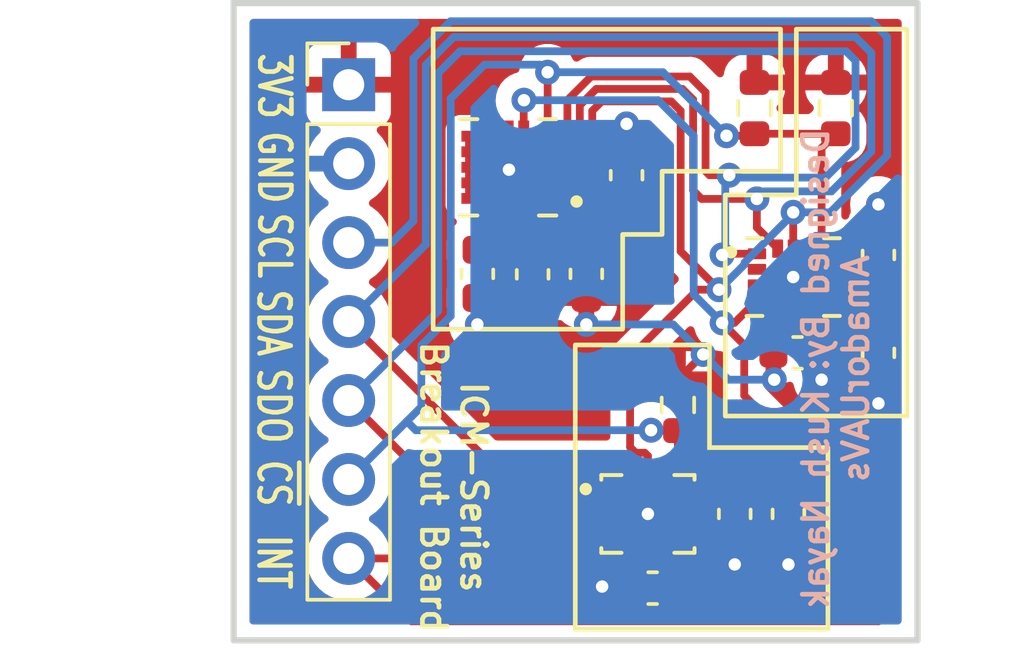
<source format=kicad_pcb>
(kicad_pcb (version 20211014) (generator pcbnew)
  (layers (0 "F.Cu" signal) (31 "B.Cu" signal) (34 "B.Paste" user) (35 "F.Paste" user) (36 "B.SilkS" user "B.Silkscreen") (37 "F.SilkS" user "F.Silkscreen") (38 "B.Mask" user) (39 "F.Mask" user) (44 "Edge.Cuts" user))
  (net 0 "")
  (net 1 "GND")
  (net 2 "+3V3")
  (net 3 "Net-(C3-Pad2)")
  (net 4 "/~{CS}")
  (net 5 "/SCL")
  (net 6 "/SDA")
  (net 7 "/SDO")
  (net 8 "/INT")
  (footprint "Capacitor_SMD:C_0603_1608Metric" (layer "F.Cu") (at 112.141 105.537 90)
    (fp_text reference "C10" hide)
    (fp_text value "10nF")
    (fp_line (start -0.14058 0.51) (end 0.14058 0.51) (layer "F.SilkS") (width 0.12))
    (fp_line (start -0.14058 -0.51) (end 0.14058 -0.51) (layer "F.SilkS") (width 0.12))
    (pad "1" smd roundrect (at -0.775 0 90) (size 0.9 0.95) (layers "F.Cu" "F.Paste" "F.Mask") (net 2 "+3V3"))
    (pad "2" smd roundrect (at 0.775 0 90) (size 0.9 0.95) (layers "F.Cu" "F.Paste" "F.Mask") (net 1 "GND"))
  )
  (footprint "Capacitor_SMD:C_0603_1608Metric" (layer "F.Cu") (at 112.9792 118.8212 180)
    (fp_text reference "C9" hide)
    (fp_text value "10nF")
    (fp_line (start -0.14058 -0.51) (end 0.14058 -0.51) (layer "F.SilkS") (width 0.12))
    (fp_line (start -0.14058 0.51) (end 0.14058 0.51) (layer "F.SilkS") (width 0.12))
    (pad "1" smd roundrect (at -0.775 0 180) (size 0.9 0.95) (layers "F.Cu" "F.Paste" "F.Mask") (net 2 "+3V3"))
    (pad "2" smd roundrect (at 0.775 0 180) (size 0.9 0.95) (layers "F.Cu" "F.Paste" "F.Mask") (net 1 "GND"))
  )
  (footprint "Capacitor_SMD:C_0603_1608Metric" (layer "F.Cu") (at 107.3404 108.712 90)
    (fp_text reference "C3" hide)
    (fp_text value "0.47µF")
    (fp_line (start -0.14058 0.51) (end 0.14058 0.51) (layer "F.SilkS") (width 0.12))
    (fp_line (start -0.14058 -0.51) (end 0.14058 -0.51) (layer "F.SilkS") (width 0.12))
    (pad "1" smd roundrect (at -0.775 0 90) (size 0.9 0.95) (layers "F.Cu" "F.Paste" "F.Mask") (net 1 "GND"))
    (pad "2" smd roundrect (at 0.775 0 90) (size 0.9 0.95) (layers "F.Cu" "F.Paste" "F.Mask") (net 3 "Net-(C3-Pad2)"))
  )
  (footprint "Resistor_SMD:R_0603_1608Metric" (layer "F.Cu") (at 116.2558 103.378 90)
    (fp_text reference "R2" hide)
    (fp_text value "10K")
    (fp_line (start -0.237258 -0.5225) (end 0.237258 -0.5225) (layer "F.SilkS") (width 0.12))
    (fp_line (start -0.237258 0.5225) (end 0.237258 0.5225) (layer "F.SilkS") (width 0.12))
    (pad "1" smd roundrect (at -0.825 0 90) (size 0.8 0.95) (layers "F.Cu" "F.Paste" "F.Mask") (net 4 "/~{CS}"))
    (pad "2" smd roundrect (at 0.825 0 90) (size 0.8 0.95) (layers "F.Cu" "F.Paste" "F.Mask") (net 2 "+3V3"))
  )
  (footprint "icm42688p:PQFN50P300X250X97-14N" (layer "F.Cu") (at 117.5004 108.8136)
    (fp_text reference "U2" hide)
    (fp_text value "ICM-42688-P")
    (fp_line (start -1.5 1.25) (end -0.99 1.25) (layer "F.SilkS") (width 0.127))
    (fp_line (start 1.5 1.25) (end 0.99 1.25) (layer "F.SilkS") (width 0.127))
    (fp_line (start -1.5 -1.25) (end -0.99 -1.25) (layer "F.SilkS") (width 0.127))
    (fp_line (start 0.99 -1.25) (end 1.5 -1.25) (layer "F.SilkS") (width 0.127))
    (fp_circle (center -2 -0.8) (end -1.9 -0.8) (layer "F.SilkS") (width 0.2) (fill none))
    (pad "1" smd roundrect locked (at -1.165 -0.75) (size 0.59 0.35) (layers "F.Cu" "F.Paste") (roundrect_rratio 0.09) (net 7 "/SDO"))
    (pad "2" smd roundrect locked (at -1.165 -0.25) (size 0.59 0.35) (layers "F.Cu" "F.Paste") (roundrect_rratio 0.09))
    (pad "3" smd roundrect locked (at -1.165 0.25) (size 0.59 0.35) (layers "F.Cu" "F.Paste") (roundrect_rratio 0.09))
    (pad "4" smd roundrect locked (at -1.165 0.75) (size 0.59 0.35) (layers "F.Cu" "F.Paste") (roundrect_rratio 0.09) (net 8 "/INT"))
    (pad "5" smd roundrect locked (at -0.5 0.915 90) (size 0.59 0.35) (layers "F.Cu" "F.Paste") (roundrect_rratio 0.09) (net 2 "+3V3"))
    (pad "6" smd roundrect locked (at 0 0.915 90) (size 0.59 0.35) (layers "F.Cu" "F.Paste") (roundrect_rratio 0.09) (net 1 "GND"))
    (pad "7" smd roundrect locked (at 0.5 0.915 90) (size 0.59 0.35) (layers "F.Cu" "F.Paste") (roundrect_rratio 0.09) (net 1 "GND"))
    (pad "8" smd roundrect locked (at 1.165 0.75 180) (size 0.59 0.35) (layers "F.Cu" "F.Paste") (roundrect_rratio 0.09) (net 2 "+3V3"))
    (pad "9" smd roundrect locked (at 1.165 0.25 180) (size 0.59 0.35) (layers "F.Cu" "F.Paste") (roundrect_rratio 0.09) (net 1 "GND"))
    (pad "10" smd roundrect locked (at 1.165 -0.25 180) (size 0.59 0.35) (layers "F.Cu" "F.Paste") (roundrect_rratio 0.09))
    (pad "11" smd roundrect locked (at 1.165 -0.75 180) (size 0.59 0.35) (layers "F.Cu" "F.Paste") (roundrect_rratio 0.09))
    (pad "12" smd roundrect locked (at 0.5 -0.915 270) (size 0.59 0.35) (layers "F.Cu" "F.Paste") (roundrect_rratio 0.09) (net 4 "/~{CS}"))
    (pad "13" smd roundrect locked (at 0 -0.915 270) (size 0.59 0.35) (layers "F.Cu" "F.Paste") (roundrect_rratio 0.09) (net 5 "/SCL"))
    (pad "14" smd roundrect locked (at -0.5 -0.915 270) (size 0.59 0.35) (layers "F.Cu" "F.Paste") (roundrect_rratio 0.09) (net 6 "/SDA"))
  )
  (footprint "Capacitor_SMD:C_0603_1608Metric" (layer "F.Cu") (at 117.6398 111.252)
    (fp_text reference "C6" hide)
    (fp_text value "10nF")
    (fp_line (start -0.14058 -0.51) (end 0.14058 -0.51) (layer "F.SilkS") (width 0.12))
    (fp_line (start -0.14058 0.51) (end 0.14058 0.51) (layer "F.SilkS") (width 0.12))
    (pad "1" smd roundrect (at -0.775 0) (size 0.9 0.95) (layers "F.Cu" "F.Paste" "F.Mask") (net 2 "+3V3"))
    (pad "2" smd roundrect (at 0.775 0) (size 0.9 0.95) (layers "F.Cu" "F.Paste" "F.Mask") (net 1 "GND"))
  )
  (footprint "Capacitor_SMD:C_0603_1608Metric" (layer "F.Cu") (at 120.2436 108.1024 -90)
    (fp_text reference "C5" hide)
    (fp_text value "2.2µF")
    (fp_line (start -0.14058 0.51) (end 0.14058 0.51) (layer "F.SilkS") (width 0.12))
    (fp_line (start -0.14058 -0.51) (end 0.14058 -0.51) (layer "F.SilkS") (width 0.12))
    (pad "1" smd roundrect (at -0.775 0 270) (size 0.9 0.95) (layers "F.Cu" "F.Paste" "F.Mask") (net 1 "GND"))
    (pad "2" smd roundrect (at 0.775 0 270) (size 0.9 0.95) (layers "F.Cu" "F.Paste" "F.Mask") (net 2 "+3V3"))
  )
  (footprint "Capacitor_SMD:C_0603_1608Metric" (layer "F.Cu") (at 120.2436 111.252 90)
    (fp_text reference "C4" hide)
    (fp_text value "0.1µF")
    (fp_line (start -0.14058 0.51) (end 0.14058 0.51) (layer "F.SilkS") (width 0.12))
    (fp_line (start -0.14058 -0.51) (end 0.14058 -0.51) (layer "F.SilkS") (width 0.12))
    (pad "1" smd roundrect (at -0.775 0 90) (size 0.9 0.95) (layers "F.Cu" "F.Paste" "F.Mask") (net 1 "GND"))
    (pad "2" smd roundrect (at 0.775 0 90) (size 0.9 0.95) (layers "F.Cu" "F.Paste" "F.Mask") (net 2 "+3V3"))
  )
  (footprint "Capacitor_SMD:C_0603_1608Metric" (layer "F.Cu") (at 117.348 116.4336 90)
    (fp_text reference "C8" hide)
    (fp_text value "0.1µF")
    (fp_line (start -0.14058 0.51) (end 0.14058 0.51) (layer "F.SilkS") (width 0.12))
    (fp_line (start -0.14058 -0.51) (end 0.14058 -0.51) (layer "F.SilkS") (width 0.12))
    (pad "1" smd roundrect (at -0.775 0 90) (size 0.9 0.95) (layers "F.Cu" "F.Paste" "F.Mask") (net 1 "GND"))
    (pad "2" smd roundrect (at 0.775 0 90) (size 0.9 0.95) (layers "F.Cu" "F.Paste" "F.Mask") (net 2 "+3V3"))
  )
  (footprint "Capacitor_SMD:C_0603_1608Metric" (layer "F.Cu") (at 109.1184 108.725 90)
    (fp_text reference "C2" hide)
    (fp_text value "2.2µF")
    (fp_line (start -0.14058 -0.51) (end 0.14058 -0.51) (layer "F.SilkS") (width 0.12))
    (fp_line (start -0.14058 0.51) (end 0.14058 0.51) (layer "F.SilkS") (width 0.12))
    (pad "1" smd roundrect (at -0.775 0 90) (size 0.9 0.95) (layers "F.Cu" "F.Paste" "F.Mask") (net 2 "+3V3"))
    (pad "2" smd roundrect (at 0.775 0 90) (size 0.9 0.95) (layers "F.Cu" "F.Paste" "F.Mask") (net 1 "GND"))
  )
  (footprint "Resistor_SMD:R_0603_1608Metric" (layer "F.Cu") (at 113.792 112.9284 90)
    (fp_text reference "R3" hide)
    (fp_text value "10K")
    (fp_line (start -0.237258 -0.5225) (end 0.237258 -0.5225) (layer "F.SilkS") (width 0.12))
    (fp_line (start -0.237258 0.5225) (end 0.237258 0.5225) (layer "F.SilkS") (width 0.12))
    (pad "1" smd roundrect (at -0.825 0 90) (size 0.8 0.95) (layers "F.Cu" "F.Paste" "F.Mask") (net 4 "/~{CS}"))
    (pad "2" smd roundrect (at 0.825 0 90) (size 0.8 0.95) (layers "F.Cu" "F.Paste" "F.Mask") (net 2 "+3V3"))
  )
  (footprint "Capacitor_SMD:C_0603_1608Metric" (layer "F.Cu") (at 115.6208 116.4336 90)
    (fp_text reference "C7" hide)
    (fp_text value "2.2µF")
    (fp_line (start -0.14058 -0.51) (end 0.14058 -0.51) (layer "F.SilkS") (width 0.12))
    (fp_line (start -0.14058 0.51) (end 0.14058 0.51) (layer "F.SilkS") (width 0.12))
    (pad "1" smd roundrect (at -0.775 0 90) (size 0.9 0.95) (layers "F.Cu" "F.Paste" "F.Mask") (net 1 "GND"))
    (pad "2" smd roundrect (at 0.775 0 90) (size 0.9 0.95) (layers "F.Cu" "F.Paste" "F.Mask") (net 2 "+3V3"))
  )
  (footprint "Connector_PinHeader_2.54mm:PinHeader_1x07_P2.54mm_Vertical" (layer "F.Cu") (at 103.2002 102.625)
    (fp_text reference "J1" hide)
    (fp_text value "Conn_01x07")
    (fp_line (start 1.33 1.27) (end 1.33 16.57) (layer "F.SilkS") (width 0.12))
    (fp_line (start -1.33 1.27) (end 1.33 1.27) (layer "F.SilkS") (width 0.12))
    (fp_line (start -1.33 -1.33) (end 0 -1.33) (layer "F.SilkS") (width 0.12))
    (fp_line (start -1.33 1.27) (end -1.33 16.57) (layer "F.SilkS") (width 0.12))
    (fp_line (start -1.33 0) (end -1.33 -1.33) (layer "F.SilkS") (width 0.12))
    (fp_line (start -1.33 16.57) (end 1.33 16.57) (layer "F.SilkS") (width 0.12))
    (pad "1" thru_hole rect (at 0 0) (size 1.7 1.7) (drill 1) (layers *.Cu *.Mask) (net 2 "+3V3"))
    (pad "2" thru_hole oval (at 0 2.54) (size 1.7 1.7) (drill 1) (layers *.Cu *.Mask) (net 1 "GND"))
    (pad "3" thru_hole oval (at 0 5.08) (size 1.7 1.7) (drill 1) (layers *.Cu *.Mask) (net 5 "/SCL"))
    (pad "4" thru_hole oval (at 0 7.62) (size 1.7 1.7) (drill 1) (layers *.Cu *.Mask) (net 6 "/SDA"))
    (pad "5" thru_hole oval (at 0 10.16) (size 1.7 1.7) (drill 1) (layers *.Cu *.Mask) (net 7 "/SDO"))
    (pad "6" thru_hole oval (at 0 12.7) (size 1.7 1.7) (drill 1) (layers *.Cu *.Mask) (net 4 "/~{CS}"))
    (pad "7" thru_hole oval (at 0 15.24) (size 1.7 1.7) (drill 1) (layers *.Cu *.Mask) (net 8 "/INT"))
  )
  (footprint "icm20608:PQFN50P300X300X80-16N" (layer "F.Cu") (at 108.331 105.283 180)
    (fp_text reference "U1" hide)
    (fp_text value "ICM-20608-G")
    (fp_line (start -1.55 -1.55) (end -0.99 -1.55) (layer "F.SilkS") (width 0.127))
    (fp_line (start 1.55 -1.55) (end 0.99 -1.55) (layer "F.SilkS") (width 0.127))
    (fp_line (start -1.55 1.55) (end -0.99 1.55) (layer "F.SilkS") (width 0.127))
    (fp_line (start 1.55 1.55) (end 0.99 1.55) (layer "F.SilkS") (width 0.127))
    (fp_circle (center -2.2 -1.1) (end -2.1 -1.1) (layer "F.SilkS") (width 0.2) (fill none))
    (pad "1" smd rect locked (at -1.26 -1 180) (size 0.49 0.35) (layers "F.Cu" "F.Paste" "F.Mask") (net 2 "+3V3"))
    (pad "2" smd rect locked (at -1.26 -0.5 180) (size 0.49 0.35) (layers "F.Cu" "F.Paste" "F.Mask") (net 5 "/SCL"))
    (pad "3" smd rect locked (at -1.26 0 180) (size 0.49 0.35) (layers "F.Cu" "F.Paste" "F.Mask") (net 6 "/SDA"))
    (pad "4" smd rect locked (at -1.26 0.5 180) (size 0.49 0.35) (layers "F.Cu" "F.Paste" "F.Mask") (net 7 "/SDO"))
    (pad "5" smd rect locked (at -1.26 1 180) (size 0.49 0.35) (layers "F.Cu" "F.Paste" "F.Mask") (net 4 "/~{CS}"))
    (pad "6" smd rect locked (at -0.5 1.26 270) (size 0.49 0.35) (layers "F.Cu" "F.Paste" "F.Mask") (net 8 "/INT"))
    (pad "7" smd rect locked (at 0 1.26 270) (size 0.49 0.35) (layers "F.Cu" "F.Paste" "F.Mask"))
    (pad "8" smd rect locked (at 0.5 1.26 270) (size 0.49 0.35) (layers "F.Cu" "F.Paste" "F.Mask") (net 1 "GND"))
    (pad "9" smd rect locked (at 1.26 1) (size 0.49 0.35) (layers "F.Cu" "F.Paste" "F.Mask") (net 1 "GND"))
    (pad "10" smd rect locked (at 1.26 0.5) (size 0.49 0.35) (layers "F.Cu" "F.Paste" "F.Mask") (net 1 "GND"))
    (pad "11" smd rect locked (at 1.26 0) (size 0.49 0.35) (layers "F.Cu" "F.Paste" "F.Mask") (net 1 "GND"))
    (pad "12" smd rect locked (at 1.26 -0.5) (size 0.49 0.35) (layers "F.Cu" "F.Paste" "F.Mask") (net 1 "GND"))
    (pad "13" smd rect locked (at 1.26 -1) (size 0.49 0.35) (layers "F.Cu" "F.Paste" "F.Mask") (net 1 "GND"))
    (pad "14" smd rect locked (at 0.5 -1.26 90) (size 0.49 0.35) (layers "F.Cu" "F.Paste" "F.Mask") (net 3 "Net-(C3-Pad2)"))
    (pad "15" smd rect locked (at 0 -1.26 90) (size 0.49 0.35) (layers "F.Cu" "F.Paste" "F.Mask") (net 1 "GND"))
    (pad "16" smd rect locked (at -0.5 -1.26 90) (size 0.49 0.35) (layers "F.Cu" "F.Paste" "F.Mask") (net 2 "+3V3"))
  )
  (footprint "Capacitor_SMD:C_0603_1608Metric" (layer "F.Cu") (at 110.8456 108.712 90)
    (fp_text reference "C1" hide)
    (fp_text value "0.1µF")
    (fp_line (start -0.14058 0.51) (end 0.14058 0.51) (layer "F.SilkS") (width 0.12))
    (fp_line (start -0.14058 -0.51) (end 0.14058 -0.51) (layer "F.SilkS") (width 0.12))
    (pad "1" smd roundrect (at -0.775 0 90) (size 0.9 0.95) (layers "F.Cu" "F.Paste" "F.Mask") (net 2 "+3V3"))
    (pad "2" smd roundrect (at 0.775 0 90) (size 0.9 0.95) (layers "F.Cu" "F.Paste" "F.Mask") (net 1 "GND"))
  )
  (footprint "Resistor_SMD:R_0603_1608Metric" (layer "F.Cu") (at 118.872 103.378 90)
    (fp_text reference "R1" hide)
    (fp_text value "10K")
    (fp_line (start -0.237258 -0.5225) (end 0.237258 -0.5225) (layer "F.SilkS") (width 0.12))
    (fp_line (start -0.237258 0.5225) (end 0.237258 0.5225) (layer "F.SilkS") (width 0.12))
    (pad "1" smd roundrect (at -0.825 0 90) (size 0.8 0.95) (layers "F.Cu" "F.Paste" "F.Mask") (net 4 "/~{CS}"))
    (pad "2" smd roundrect (at 0.825 0 90) (size 0.8 0.95) (layers "F.Cu" "F.Paste" "F.Mask") (net 2 "+3V3"))
  )
  (footprint "icm42605-new:PQFN50P300X250X97-14N" (layer "F.Cu") (at 112.8268 116.4336)
    (fp_text reference "U3" hide)
    (fp_text value "ICM-42605")
    (fp_line (start -1.5 1.1) (end -1.5 1.25) (layer "F.SilkS") (width 0.127))
    (fp_line (start -1.5 1.25) (end -0.85 1.25) (layer "F.SilkS") (width 0.127))
    (fp_line (start -1.5 -1.1) (end -1.5 -1.25) (layer "F.SilkS") (width 0.127))
    (fp_line (start -1.5 -1.25) (end -0.85 -1.25) (layer "F.SilkS") (width 0.127))
    (fp_line (start 1.5 1.25) (end 0.85 1.25) (layer "F.SilkS") (width 0.127))
    (fp_line (start 1.5 1.1) (end 1.5 1.25) (layer "F.SilkS") (width 0.127))
    (fp_line (start 0.85 -1.25) (end 1.5 -1.25) (layer "F.SilkS") (width 0.127))
    (fp_line (start 1.5 -1.25) (end 1.5 -1.1) (layer "F.SilkS") (width 0.127))
    (fp_circle (center -2 -0.8) (end -1.9 -0.8) (layer "F.SilkS") (width 0.2) (fill none))
    (pad "1" smd roundrect locked (at -1.16 -0.75) (size 0.61 0.35) (layers "F.Cu" "F.Paste" "F.Mask") (roundrect_rratio 0.09) (net 7 "/SDO"))
    (pad "2" smd roundrect locked (at -1.16 -0.25) (size 0.61 0.35) (layers "F.Cu" "F.Paste" "F.Mask") (roundrect_rratio 0.09))
    (pad "3" smd roundrect locked (at -1.16 0.25) (size 0.61 0.35) (layers "F.Cu" "F.Paste" "F.Mask") (roundrect_rratio 0.09))
    (pad "4" smd roundrect locked (at -1.16 0.75) (size 0.61 0.35) (layers "F.Cu" "F.Paste" "F.Mask") (roundrect_rratio 0.09) (net 8 "/INT"))
    (pad "5" smd roundrect locked (at -0.5 0.91 90) (size 0.61 0.35) (layers "F.Cu" "F.Paste" "F.Mask") (roundrect_rratio 0.09) (net 2 "+3V3"))
    (pad "6" smd roundrect locked (at 0 0.91 90) (size 0.61 0.35) (layers "F.Cu" "F.Paste" "F.Mask") (roundrect_rratio 0.09) (net 1 "GND"))
    (pad "7" smd roundrect locked (at 0.5 0.91 90) (size 0.61 0.35) (layers "F.Cu" "F.Paste" "F.Mask") (roundrect_rratio 0.09) (net 1 "GND"))
    (pad "8" smd roundrect locked (at 1.16 0.75 180) (size 0.61 0.35) (layers "F.Cu" "F.Paste" "F.Mask") (roundrect_rratio 0.09) (net 2 "+3V3"))
    (pad "9" smd roundrect locked (at 1.16 0.25 180) (size 0.61 0.35) (layers "F.Cu" "F.Paste" "F.Mask") (roundrect_rratio 0.09) (net 1 "GND"))
    (pad "10" smd roundrect locked (at 1.16 -0.25 180) (size 0.61 0.35) (layers "F.Cu" "F.Paste" "F.Mask") (roundrect_rratio 0.09))
    (pad "11" smd roundrect locked (at 1.16 -0.75 180) (size 0.61 0.35) (layers "F.Cu" "F.Paste" "F.Mask") (roundrect_rratio 0.09))
    (pad "12" smd roundrect locked (at 0.5 -0.91 270) (size 0.61 0.35) (layers "F.Cu" "F.Paste" "F.Mask") (roundrect_rratio 0.09) (net 4 "/~{CS}"))
    (pad "13" smd roundrect locked (at 0 -0.91 270) (size 0.61 0.35) (layers "F.Cu" "F.Paste" "F.Mask") (roundrect_rratio 0.09) (net 5 "/SCL"))
    (pad "14" smd roundrect locked (at -0.5 -0.91 270) (size 0.61 0.35) (layers "F.Cu" "F.Paste" "F.Mask") (roundrect_rratio 0.09) (net 6 "/SDA"))
  )
  (gr_poly (pts (xy 121.158 113.284) (xy 115.316 113.284) (xy 115.316 106.172) (xy 117.602 106.172) (xy 117.602 100.838) (xy 121.158 100.838)) (layer "F.SilkS") (width 0.15) (fill none))
  (gr_poly (pts (xy 114.808 114.3) (xy 118.618 114.3) (xy 118.618 120.142) (xy 110.49 120.142) (xy 110.49 110.998) (xy 114.808 110.998)) (layer "F.SilkS") (width 0.15) (fill none))
  (gr_poly (pts (xy 117.094 105.41) (xy 113.284 105.41) (xy 113.284 107.442) (xy 112.014 107.442) (xy 112.014 110.49) (xy 105.918 110.49) (xy 105.918 100.838) (xy 117.094 100.838)) (layer "F.SilkS") (width 0.15) (fill none))
  (gr_rect locked (start 99.5 100) (end 121.5 120.5) (layer "Edge.Cuts") (width 0.2) (fill none))
  (gr_text "Designed By: Kush Nayak\nAmadorUAVs" (at 118.872 111.76 90) (layer "B.SilkS") (effects (font (size 0.8 0.8)) (justify mirror)))
  (gr_text "ICM-Series\nBreakout Board" (at 106.5784 115.57 270) (layer "F.SilkS") (effects (font (size 0.8 0.8))))
  (gr_text "SCL" (at 100.8126 107.7976 270) (layer "F.SilkS") (effects (font (size 1 0.75))))
  (gr_text "SDA" (at 100.7872 110.2868 270) (layer "F.SilkS") (effects (font (size 1 0.75))))
  (gr_text "3V3" (at 100.8126 102.6668 270) (layer "F.SilkS") (effects (font (size 1 0.75))))
  (gr_text "SDO" (at 100.7872 112.9538 270) (layer "F.SilkS") (effects (font (size 1 0.8))))
  (gr_text "~{CS}" (at 100.7872 115.443 270) (layer "F.SilkS") (effects (font (size 1 0.75))))
  (gr_text "GND" (at 100.8126 105.283 270) (layer "F.SilkS") (effects (font (size 1 0.75))))
  (gr_text "INT" (at 100.7872 117.983 270) (layer "F.SilkS") (effects (font (size 1 0.75))))
  (segment (start 109.1314 107.937) (end 109.1184 107.95) (width 0.25) (layer "F.Cu") (net 1))
  (segment (start 117.348 117.2086) (end 115.6208 117.2086) (width 0.25) (layer "F.Cu") (net 1))
  (segment (start 113.9893 116.6836) (end 113.0768 116.6836) (width 0.25) (layer "F.Cu") (net 1))
  (segment (start 120.2436 107.3274) (end 120.2436 106.4768) (width 0.25) (layer "F.Cu") (net 1))
  (segment (start 112.8268 117.3461) (end 112.8268 116.4336) (width 0.25) (layer "F.Cu") (net 1))
  (segment (start 107.571 104.283) (end 107.831 104.023) (width 0.25) (layer "F.Cu") (net 1))
  (segment (start 118.0004 109.388144) (end 118.324944 109.0636) (width 0.25) (layer "F.Cu") (net 1))
  (segment (start 108.2802 105.283) (end 108.3564 105.3592) (width 0.25) (layer "F.Cu") (net 1))
  (segment (start 113.3268 117.3436) (end 112.8268 117.3436) (width 0.25) (layer "F.Cu") (net 1))
  (segment (start 107.071 104.283) (end 107.571 104.283) (width 0.25) (layer "F.Cu") (net 1))
  (segment (start 117.5004 109.7286) (end 118.0004 109.7286) (width 0.25) (layer "F.Cu") (net 1))
  (segment (start 120.2436 112.027) (end 120.2436 112.8776) (width 0.25) (layer "F.Cu") (net 1))
  (segment (start 108.331 105.3846) (end 108.3564 105.3592) (width 0.25) (layer "F.Cu") (net 1))
  (segment (start 111.4044 118.8212) (end 111.3536 118.7704) (width 0.25) (layer "F.Cu") (net 1))
  (segment (start 112.141 104.762) (end 112.141 103.886) (width 0.25) (layer "F.Cu") (net 1))
  (segment (start 108.331 107.1626) (end 108.331 106.543) (width 0.25) (layer "F.Cu") (net 1))
  (segment (start 115.6208 117.2086) (end 115.6208 118.0592) (width 0.25) (layer "F.Cu") (net 1))
  (segment (start 118.0004 109.7286) (end 118.0004 109.388144) (width 0.25) (layer "F.Cu") (net 1))
  (segment (start 117.5004 109.7286) (end 117.5004 108.8136) (width 0.25) (layer "F.Cu") (net 1))
  (segment (start 109.1184 107.95) (end 108.331 107.1626) (width 0.25) (layer "F.Cu") (net 1))
  (segment (start 117.348 117.2086) (end 117.348 118.0592) (width 0.25) (layer "F.Cu") (net 1))
  (segment (start 108.331 106.543) (end 108.331 105.3846) (width 0.25) (layer "F.Cu") (net 1))
  (segment (start 118.324944 109.0636) (end 118.6654 109.0636) (width 0.25) (layer "F.Cu") (net 1))
  (segment (start 112.2042 118.8212) (end 111.4044 118.8212) (width 0.25) (layer "F.Cu") (net 1))
  (segment (start 107.071 106.283) (end 107.071 105.783) (width 0.25) (layer "F.Cu") (net 1))
  (segment (start 107.3404 109.487) (end 107.3404 110.3376) (width 0.25) (layer "F.Cu") (net 1))
  (segment (start 110.8456 107.937) (end 109.1314 107.937) (width 0.25) (layer "F.Cu") (net 1))
  (segment (start 107.071 105.783) (end 107.071 105.283) (width 0.25) (layer "F.Cu") (net 1))
  (segment (start 107.071 105.283) (end 107.071 104.783) (width 0.25) (layer "F.Cu") (net 1))
  (segment (start 107.071 105.283) (end 108.2802 105.283) (width 0.25) (layer "F.Cu") (net 1))
  (segment (start 113.0768 116.6836) (end 112.8268 116.4336) (width 0.25) (layer "F.Cu") (net 1))
  (segment (start 118.4148 111.252) (end 118.4148 112.1156) (width 0.25) (layer "F.Cu") (net 1))
  (segment (start 107.071 104.783) (end 107.071 104.283) (width 0.25) (layer "F.Cu") (net 1))
  (via (at 120.2436 106.4768) (size 0.8) (drill 0.4) (layers "F.Cu" "B.Cu") (net 1))
  (via (at 117.5004 108.8136) (size 0.8) (drill 0.4) (layers "F.Cu" "B.Cu") (net 1))
  (via (at 112.8268 116.4336) (size 0.8) (drill 0.4) (layers "F.Cu" "B.Cu") (net 1))
  (via (at 118.4148 112.1156) (size 0.8) (drill 0.4) (layers "F.Cu" "B.Cu") (net 1))
  (via (at 120.2436 112.8776) (size 0.8) (drill 0.4) (layers "F.Cu" "B.Cu") (net 1))
  (via (at 115.6208 118.0592) (size 0.8) (drill 0.4) (layers "F.Cu" "B.Cu") (net 1))
  (via (at 117.348 118.0592) (size 0.8) (drill 0.4) (layers "F.Cu" "B.Cu") (net 1))
  (via (at 108.3564 105.3592) (size 0.8) (drill 0.4) (layers "F.Cu" "B.Cu") (net 1))
  (via (at 107.3404 110.3376) (size 0.8) (drill 0.4) (layers "F.Cu" "B.Cu") (net 1))
  (via (at 111.3536 118.7704) (size 0.8) (drill 0.4) (layers "F.Cu" "B.Cu") (net 1))
  (via (at 112.141 103.886) (size 0.8) (drill 0.4) (layers "F.Cu" "B.Cu") (net 1))
  (segment (start 112.3268 117.694056) (end 113.453944 118.8212) (width 0.25) (layer "F.Cu") (net 2))
  (segment (start 112.112 106.283) (end 112.141 106.312) (width 0.25) (layer "F.Cu") (net 2))
  (segment (start 113.9868 117.1836) (end 114.337256 117.1836) (width 0.25) (layer "F.Cu") (net 2))
  (segment (start 118.364 110.3884) (end 117.7284 110.3884) (width 0.25) (layer "F.Cu") (net 2))
  (segment (start 118.6654 109.5636) (end 118.6654 110.087) (width 0.25) (layer "F.Cu") (net 2))
  (segment (start 116.8648 111.252) (end 116.8648 109.8642) (width 0.25) (layer "F.Cu") (net 2))
  (segment (start 110.8456 109.487) (end 110.8456 110.3376) (width 0.25) (layer "F.Cu") (net 2))
  (segment (start 109.591 106.283) (end 112.112 106.283) (width 0.25) (layer "F.Cu") (net 2))
  (segment (start 114.6048 111.3028) (end 113.8042 112.1034) (width 0.25) (layer "F.Cu") (net 2))
  (segment (start 118.6654 109.5636) (end 119.3302 109.5636) (width 0.25) (layer "F.Cu") (net 2))
  (segment (start 113.8042 112.1034) (end 113.792 112.1034) (width 0.25) (layer "F.Cu") (net 2))
  (segment (start 109.331 106.543) (end 109.591 106.283) (width 0.25) (layer "F.Cu") (net 2))
  (segment (start 116.8648 109.8642) (end 117.0004 109.7286) (width 0.25) (layer "F.Cu") (net 2))
  (segment (start 115.6208 115.900056) (end 115.6208 115.6586) (width 0.25) (layer "F.Cu") (net 2))
  (segment (start 116.8908 112.1156) (end 116.8908 111.278) (width 0.25) (layer "F.Cu") (net 2))
  (segment (start 109.1184 109.5) (end 109.1184 110.3506) (width 0.25) (layer "F.Cu") (net 2))
  (segment (start 113.4618 118.8212) (end 113.7542 118.8212) (width 0.25) (layer "F.Cu") (net 2))
  (segment (start 113.7542 119.0752) (end 113.7542 118.7574) (width 0.25) (layer "F.Cu") (net 2))
  (segment (start 117.7284 110.3884) (end 116.8648 111.252) (width 0.25) (layer "F.Cu") (net 2))
  (segment (start 119.3302 109.5636) (end 120.2436 110.477) (width 0.25) (layer "F.Cu") (net 2))
  (segment (start 118.6654 110.087) (end 118.364 110.3884) (width 0.25) (layer "F.Cu") (net 2))
  (segment (start 108.831 106.543) (end 109.331 106.543) (width 0.25) (layer "F.Cu") (net 2))
  (segment (start 116.8908 111.278) (end 116.8648 111.252) (width 0.25) (layer "F.Cu") (net 2))
  (segment (start 112.3268 117.3461) (end 112.3268 117.694056) (width 0.25) (layer "F.Cu") (net 2))
  (segment (start 113.453944 118.8212) (end 113.7542 118.8212) (width 0.25) (layer "F.Cu") (net 2))
  (segment (start 114.337256 117.1836) (end 115.6208 115.900056) (width 0.25) (layer "F.Cu") (net 2))
  (via (at 114.6048 111.3028) (size 0.8) (drill 0.4) (layers "F.Cu" "B.Cu") (net 2))
  (via (at 116.8908 112.1156) (size 0.8) (drill 0.4) (layers "F.Cu" "B.Cu") (net 2))
  (via (at 110.8456 110.3376) (size 0.8) (drill 0.4) (layers "F.Cu" "B.Cu") (net 2))
  (segment (start 113.6396 110.3376) (end 114.6048 111.3028) (width 0.25) (layer "B.Cu") (net 2))
  (segment (start 110.8456 110.3376) (end 113.6396 110.3376) (width 0.25) (layer "B.Cu") (net 2))
  (segment (start 115.4176 112.1156) (end 114.6048 111.3028) (width 0.25) (layer "B.Cu") (net 2))
  (segment (start 116.8908 112.1156) (end 115.4176 112.1156) (width 0.25) (layer "B.Cu") (net 2))
  (segment (start 107.831 106.543) (end 107.831 107.4464) (width 0.25) (layer "F.Cu") (net 3))
  (segment (start 107.831 107.4464) (end 107.3404 107.937) (width 0.25) (layer "F.Cu") (net 3))
  (segment (start 112.9284 113.7412) (end 112.9406 113.7534) (width 0.25) (layer "F.Cu") (net 4))
  (segment (start 112.9406 113.7534) (end 113.792 113.7534) (width 0.25) (layer "F.Cu") (net 4))
  (segment (start 116.1918 104.267) (end 116.2558 104.203) (width 0.25) (layer "F.Cu") (net 4))
  (segment (start 118.4148 107.403033) (end 118.4148 104.6602) (width 0.25) (layer "F.Cu") (net 4))
  (segment (start 109.601 102.2237) (end 109.601 104.273) (width 0.25) (layer "F.Cu") (net 4))
  (segment (start 115.3555 104.267) (end 116.1918 104.267) (width 0.25) (layer "F.Cu") (net 4))
  (segment (start 113.792 113.7534) (end 113.792 114.7318) (width 0.25) (layer "F.Cu") (net 4))
  (segment (start 118.0004 107.817433) (end 118.4148 107.403033) (width 0.25) (layer "F.Cu") (net 4))
  (segment (start 118.4148 104.6602) (end 118.872 104.203) (width 0.25) (layer "F.Cu") (net 4))
  (segment (start 109.601 104.273) (end 109.591 104.283) (width 0.25) (layer "F.Cu") (net 4))
  (segment (start 116.2558 104.203) (end 118.872 104.203) (width 0.25) (layer "F.Cu") (net 4))
  (segment (start 118.0004 107.8986) (end 118.0004 107.817433) (width 0.25) (layer "F.Cu") (net 4))
  (segment (start 113.792 114.7318) (end 113.3518 115.172) (width 0.25) (layer "F.Cu") (net 4))
  (segment (start 113.3518 115.172) (end 113.3518 115.5211) (width 0.25) (layer "F.Cu") (net 4))
  (via (at 109.601 102.2237) (size 0.8) (drill 0.4) (layers "F.Cu" "B.Cu") (net 4))
  (via (at 112.9284 113.7412) (size 0.8) (drill 0.4) (layers "F.Cu" "B.Cu") (net 4))
  (via (at 115.3555 104.267) (size 0.8) (drill 0.4) (layers "F.Cu" "B.Cu") (net 4))
  (segment (start 113.3122 102.2237) (end 115.3555 104.267) (width 0.25) (layer "B.Cu") (net 4))
  (segment (start 109.601 102.2237) (end 113.3122 102.2237) (width 0.25) (layer "B.Cu") (net 4))
  (segment (start 107.569 101.981) (end 106.483 103.067) (width 0.25) (layer "B.Cu") (net 4))
  (segment (start 106.483 103.067) (end 106.483 110.067886) (width 0.25) (layer "B.Cu") (net 4))
  (segment (start 106.483 110.067886) (end 105.537 111.013886) (width 0.25) (layer "B.Cu") (net 4))
  (segment (start 105.537 112.9882) (end 105.0716 113.4536) (width 0.25) (layer "B.Cu") (net 4))
  (segment (start 105.3592 113.7412) (end 105.0716 113.4536) (width 0.25) (layer "B.Cu") (net 4))
  (segment (start 105.537 111.013886) (end 105.537 112.9882) (width 0.25) (layer "B.Cu") (net 4))
  (segment (start 109.3583 101.981) (end 107.569 101.981) (width 0.25) (layer "B.Cu") (net 4))
  (segment (start 109.601 102.2237) (end 109.3583 101.981) (width 0.25) (layer "B.Cu") (net 4))
  (segment (start 103.2002 115.325) (end 105.0716 113.4536) (width 0.25) (layer "B.Cu") (net 4))
  (segment (start 112.9284 113.7412) (end 105.3592 113.7412) (width 0.25) (layer "B.Cu") (net 4))
  (segment (start 112.8268 115.5211) (end 112.8268 114.5678) (width 0.25) (layer "F.Cu") (net 5))
  (segment (start 113.576 103.162) (end 113.881 103.467) (width 0.25) (layer "F.Cu") (net 5))
  (segment (start 113.881 103.467) (end 113.881 107.9882) (width 0.25) (layer "F.Cu") (net 5))
  (segment (start 113.881 107.9882) (end 115.1128 109.22) (width 0.25) (layer "F.Cu") (net 5))
  (segment (start 109.591 105.783) (end 110.10537 105.783) (width 0.25) (layer "F.Cu") (net 5))
  (segment (start 114.427 109.22) (end 115.1128 109.22) (width 0.25) (layer "F.Cu") (net 5))
  (segment (start 112.2534 114.2854) (end 112.2534 111.3936) (width 0.25) (layer "F.Cu") (net 5))
  (segment (start 117.5004 106.7308) (end 117.5004 107.8986) (width 0.25) (layer "F.Cu") (net 5))
  (segment (start 112.8268 114.5678) (end 112.7252 114.4662) (width 0.25) (layer "F.Cu") (net 5))
  (segment (start 111.036 104.85237) (end 111.036 103.467) (width 0.25) (layer "F.Cu") (net 5))
  (segment (start 112.7252 114.4662) (end 112.4342 114.4662) (width 0.25) (layer "F.Cu") (net 5))
  (segment (start 111.341 103.162) (end 113.576 103.162) (width 0.25) (layer "F.Cu") (net 5))
  (segment (start 111.036 103.467) (end 111.341 103.162) (width 0.25) (layer "F.Cu") (net 5))
  (segment (start 112.4342 114.4662) (end 112.2534 114.2854) (width 0.25) (layer "F.Cu") (net 5))
  (segment (start 112.2534 111.3936) (end 114.427 109.22) (width 0.25) (layer "F.Cu") (net 5))
  (segment (start 110.10537 105.783) (end 111.036 104.85237) (width 0.25) (layer "F.Cu") (net 5))
  (via (at 117.5004 106.7308) (size 0.8) (drill 0.4) (layers "F.Cu" "B.Cu") (net 5))
  (via (at 115.1128 109.22) (size 0.8) (drill 0.4) (layers "F.Cu" "B.Cu") (net 5))
  (segment (start 115.1128 109.22) (end 115.122105 109.22) (width 0.25) (layer "B.Cu") (net 5))
  (segment (start 103.2002 107.705) (end 104.5882 107.705) (width 0.25) (layer "B.Cu") (net 5))
  (segment (start 106.4768 100.584) (end 120.015 100.584) (width 0.25) (layer "B.Cu") (net 5))
  (segment (start 117.5004 106.7816) (end 117.5004 106.7308) (width 0.25) (layer "B.Cu") (net 5))
  (segment (start 115.122105 109.22) (end 115.9394 108.402705) (width 0.25) (layer "B.Cu") (net 5))
  (segment (start 120.523 104.902) (end 118.6942 106.7308) (width 0.25) (layer "B.Cu") (net 5))
  (segment (start 105.283 107.0102) (end 105.283 101.7778) (width 0.25) (layer "B.Cu") (net 5))
  (segment (start 120.015 100.584) (end 120.523 101.092) (width 0.25) (layer "B.Cu") (net 5))
  (segment (start 120.523 101.092) (end 120.523 104.902) (width 0.25) (layer "B.Cu") (net 5))
  (segment (start 118.6942 106.7308) (end 117.5004 106.7308) (width 0.25) (layer "B.Cu") (net 5))
  (segment (start 104.5882 107.705) (end 105.283 107.0102) (width 0.25) (layer "B.Cu") (net 5))
  (segment (start 115.9394 108.3426) (end 117.5004 106.7816) (width 0.25) (layer "B.Cu") (net 5))
  (segment (start 105.283 101.7778) (end 106.4768 100.584) (width 0.25) (layer "B.Cu") (net 5))
  (segment (start 115.9394 108.402705) (end 115.9394 108.3426) (width 0.25) (layer "B.Cu") (net 5))
  (segment (start 116.332 106.299) (end 116.332 107.219744) (width 0.25) (layer "F.Cu") (net 6))
  (segment (start 110.039685 105.283) (end 110.636 104.686685) (width 0.25) (layer "F.Cu") (net 6))
  (segment (start 114.281 106.026) (end 114.554 106.299) (width 0.25) (layer "F.Cu") (net 6))
  (segment (start 107.6616 114.7064) (end 111.8362 114.7064) (width 0.25) (layer "F.Cu") (net 6))
  (segment (start 111.8362 114.7064) (end 112.3018 115.172) (width 0.25) (layer "F.Cu") (net 6))
  (segment (start 117.0004 107.888144) (end 117.0004 107.8986) (width 0.25) (layer "F.Cu") (net 6))
  (segment (start 110.636 103.289686) (end 111.163686 102.762) (width 0.25) (layer "F.Cu") (net 6))
  (segment (start 109.591 105.283) (end 110.039685 105.283) (width 0.25) (layer "F.Cu") (net 6))
  (segment (start 111.163686 102.762) (end 113.938 102.762) (width 0.25) (layer "F.Cu") (net 6))
  (segment (start 113.938 102.762) (end 114.281 103.105) (width 0.25) (layer "F.Cu") (net 6))
  (segment (start 114.281 103.105) (end 114.281 106.026) (width 0.25) (layer "F.Cu") (net 6))
  (segment (start 112.3018 115.172) (end 112.3018 115.5211) (width 0.25) (layer "F.Cu") (net 6))
  (segment (start 103.2002 110.245) (end 107.6616 114.7064) (width 0.25) (layer "F.Cu") (net 6))
  (segment (start 110.636 104.686685) (end 110.636 103.289686) (width 0.25) (layer "F.Cu") (net 6))
  (segment (start 116.332 107.219744) (end 117.0004 107.888144) (width 0.25) (layer "F.Cu") (net 6))
  (segment (start 114.554 106.299) (end 116.332 106.299) (width 0.25) (layer "F.Cu") (net 6))
  (via (at 116.332 106.299) (size 0.8) (drill 0.4) (layers "F.Cu" "B.Cu") (net 6))
  (segment (start 105.683 107.7622) (end 103.2002 110.245) (width 0.25) (layer "B.Cu") (net 6))
  (segment (start 119.507 101.092) (end 106.5784 101.092) (width 0.25) (layer "B.Cu") (net 6))
  (segment (start 116.5752 106.0558) (end 118.7342 106.0558) (width 0.25) (layer "B.Cu") (net 6))
  (segment (start 120.015 101.6) (end 119.507 101.092) (width 0.25) (layer "B.Cu") (net 6))
  (segment (start 116.332 106.299) (end 116.5752 106.0558) (width 0.25) (layer "B.Cu") (net 6))
  (segment (start 106.5784 101.092) (end 105.683 101.9874) (width 0.25) (layer "B.Cu") (net 6))
  (segment (start 120.015 104.775) (end 120.015 101.6) (width 0.25) (layer "B.Cu") (net 6))
  (segment (start 105.683 101.9874) (end 105.683 107.7622) (width 0.25) (layer "B.Cu") (net 6))
  (segment (start 118.7342 106.0558) (end 120.015 104.775) (width 0.25) (layer "B.Cu") (net 6))
  (segment (start 114.808 105.537) (end 115.443 105.537) (width 0.25) (layer "F.Cu") (net 7))
  (segment (start 110.236 104.521) (end 110.236 103.124) (width 0.25) (layer "F.Cu") (net 7))
  (segment (start 103.2002 112.785) (end 106.0738 115.6586) (width 0.25) (layer "F.Cu") (net 7))
  (segment (start 110.998 102.362) (end 114.173 102.362) (width 0.25) (layer "F.Cu") (net 7))
  (segment (start 114.681 102.87) (end 114.681 105.41) (width 0.25) (layer "F.Cu") (net 7))
  (segment (start 115.2532 108.0636) (end 116.3354 108.0636) (width 0.25) (layer "F.Cu") (net 7))
  (segment (start 109.591 104.783) (end 109.974 104.783) (width 0.25) (layer "F.Cu") (net 7))
  (segment (start 110.236 103.124) (end 110.998 102.362) (width 0.25) (layer "F.Cu") (net 7))
  (segment (start 109.974 104.783) (end 110.236 104.521) (width 0.25) (layer "F.Cu") (net 7))
  (segment (start 106.0738 115.6586) (end 111.6643 115.6586) (width 0.25) (layer "F.Cu") (net 7))
  (segment (start 114.173 102.362) (end 114.681 102.87) (width 0.25) (layer "F.Cu") (net 7))
  (segment (start 115.2144 108.1024) (end 115.2532 108.0636) (width 0.25) (layer "F.Cu") (net 7))
  (segment (start 114.681 105.41) (end 114.808 105.537) (width 0.25) (layer "F.Cu") (net 7))
  (via (at 115.2144 108.1024) (size 0.8) (drill 0.4) (layers "F.Cu" "B.Cu") (net 7))
  (via (at 115.443 105.537) (size 0.8) (drill 0.4) (layers "F.Cu" "B.Cu") (net 7))
  (segment (start 106.7816 101.5492) (end 106.083 102.2478) (width 0.25) (layer "B.Cu") (net 7))
  (segment (start 115.443 105.537) (end 115.316 105.664) (width 0.25) (layer "B.Cu") (net 7))
  (segment (start 115.5192 105.6132) (end 118.5418 105.6132) (width 0.25) (layer "B.Cu") (net 7))
  (segment (start 119.2022 101.5492) (end 106.7816 101.5492) (width 0.25) (layer "B.Cu") (net 7))
  (segment (start 115.443 105.537) (end 115.5192 105.6132) (width 0.25) (layer "B.Cu") (net 7))
  (segment (start 119.507 104.648) (end 119.507 101.854) (width 0.25) (layer "B.Cu") (net 7))
  (segment (start 118.5418 105.6132) (end 119.507 104.648) (width 0.25) (layer "B.Cu") (net 7))
  (segment (start 115.316 105.664) (end 115.316 108.0008) (width 0.25) (layer "B.Cu") (net 7))
  (segment (start 119.507 101.854) (end 119.2022 101.5492) (width 0.25) (layer "B.Cu") (net 7))
  (segment (start 115.316 108.0008) (end 115.2144 108.1024) (width 0.25) (layer "B.Cu") (net 7))
  (segment (start 106.083 109.9022) (end 103.2002 112.785) (width 0.25) (layer "B.Cu") (net 7))
  (segment (start 106.083 102.2478) (end 106.083 109.9022) (width 0.25) (layer "B.Cu") (net 7))
  (segment (start 117.0432 113.7412) (end 120.2436 113.7412) (width 0.25) (layer "F.Cu") (net 8))
  (segment (start 103.2002 117.865) (end 111.0079 117.865) (width 0.25) (layer "F.Cu") (net 8))
  (segment (start 111.0079 117.865) (end 111.6643 117.2086) (width 0.25) (layer "F.Cu") (net 8))
  (segment (start 108.839 103.124) (end 108.839 103.251) (width 0.25) (layer "F.Cu") (net 8))
  (segment (start 120.2436 113.7412) (end 120.65 114.1476) (width 0.25) (layer "F.Cu") (net 8))
  (segment (start 120.65 119.4816) (end 120.2436 119.888) (width 0.25) (layer "F.Cu") (net 8))
  (segment (start 105.2232 119.888) (end 103.2002 117.865) (width 0.25) (layer "F.Cu") (net 8))
  (segment (start 115.6122 110.2868) (end 116.3354 109.5636) (width 0.25) (layer "F.Cu") (net 8))
  (segment (start 115.9256 110.998) (end 115.9256 112.6236) (width 0.25) (layer "F.Cu") (net 8))
  (segment (start 115.2144 110.2868) (end 115.9256 110.998) (width 0.25) (layer "F.Cu") (net 8))
  (segment (start 108.831 103.259) (end 108.831 104.023) (width 0.25) (layer "F.Cu") (net 8))
  (segment (start 120.65 114.1476) (end 120.65 119.4816) (width 0.25) (layer "F.Cu") (net 8))
  (segment (start 108.839 103.251) (end 108.831 103.259) (width 0.25) (layer "F.Cu") (net 8))
  (segment (start 120.2436 119.888) (end 105.2232 119.888) (width 0.25) (layer "F.Cu") (net 8))
  (segment (start 115.2144 110.2868) (end 115.6122 110.2868) (width 0.25) (layer "F.Cu") (net 8))
  (segment (start 115.9256 112.6236) (end 117.0432 113.7412) (width 0.25) (layer "F.Cu") (net 8))
  (via (at 108.839 103.124) (size 0.8) (drill 0.4) (layers "F.Cu" "B.Cu") (net 8))
  (via (at 115.2144 110.2868) (size 0.8) (drill 0.4) (layers "F.Cu" "B.Cu") (net 8))
  (segment (start 108.839 103.124) (end 113.157 103.124) (width 0.25) (layer "B.Cu") (net 8))
  (segment (start 114.3 104.267) (end 114.3 109.3724) (width 0.25) (layer "B.Cu") (net 8))
  (segment (start 113.157 103.124) (end 114.3 104.267) (width 0.25) (layer "B.Cu") (net 8))
  (segment (start 114.3 109.3724) (end 115.2144 110.2868) (width 0.25) (layer "B.Cu") (net 8))
  (zone (net 2) (net_name "+3V3") (layer "F.Cu") (connect_pads (clearance 0.508)) (min_thickness 0.254) (fill yes (thermal_gap 0.508) (thermal_bridge_width 0.508))
    (polygon (pts (xy 121.0056 120.142) (xy 99.7458 120.1674) (xy 99.7966 100.33) (xy 121.158 100.33)))
  )
  (zone (net 1) (net_name "GND") (layer "B.Cu") (connect_pads (clearance 0.508)) (min_thickness 0.254) (fill yes (thermal_gap 0.508) (thermal_bridge_width 0.508))
    (polygon (pts (xy 121.0056 120.142) (xy 99.7458 120.1674) (xy 99.7966 100.33) (xy 121.158 100.33)))
  )
)
</source>
